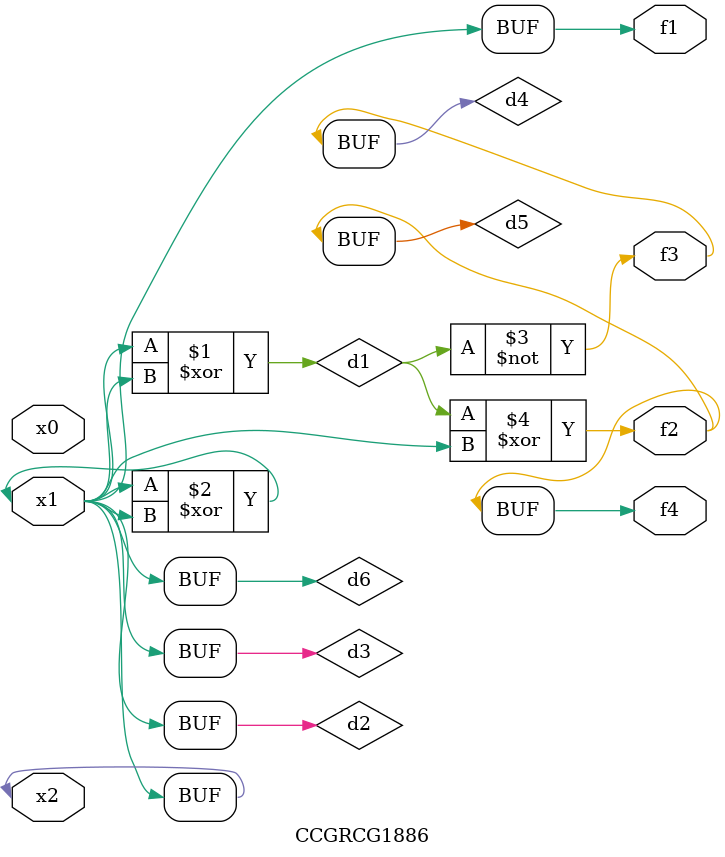
<source format=v>
module CCGRCG1886(
	input x0, x1, x2,
	output f1, f2, f3, f4
);

	wire d1, d2, d3, d4, d5, d6;

	xor (d1, x1, x2);
	buf (d2, x1, x2);
	xor (d3, x1, x2);
	nor (d4, d1);
	xor (d5, d1, d2);
	buf (d6, d2, d3);
	assign f1 = d6;
	assign f2 = d5;
	assign f3 = d4;
	assign f4 = d5;
endmodule

</source>
